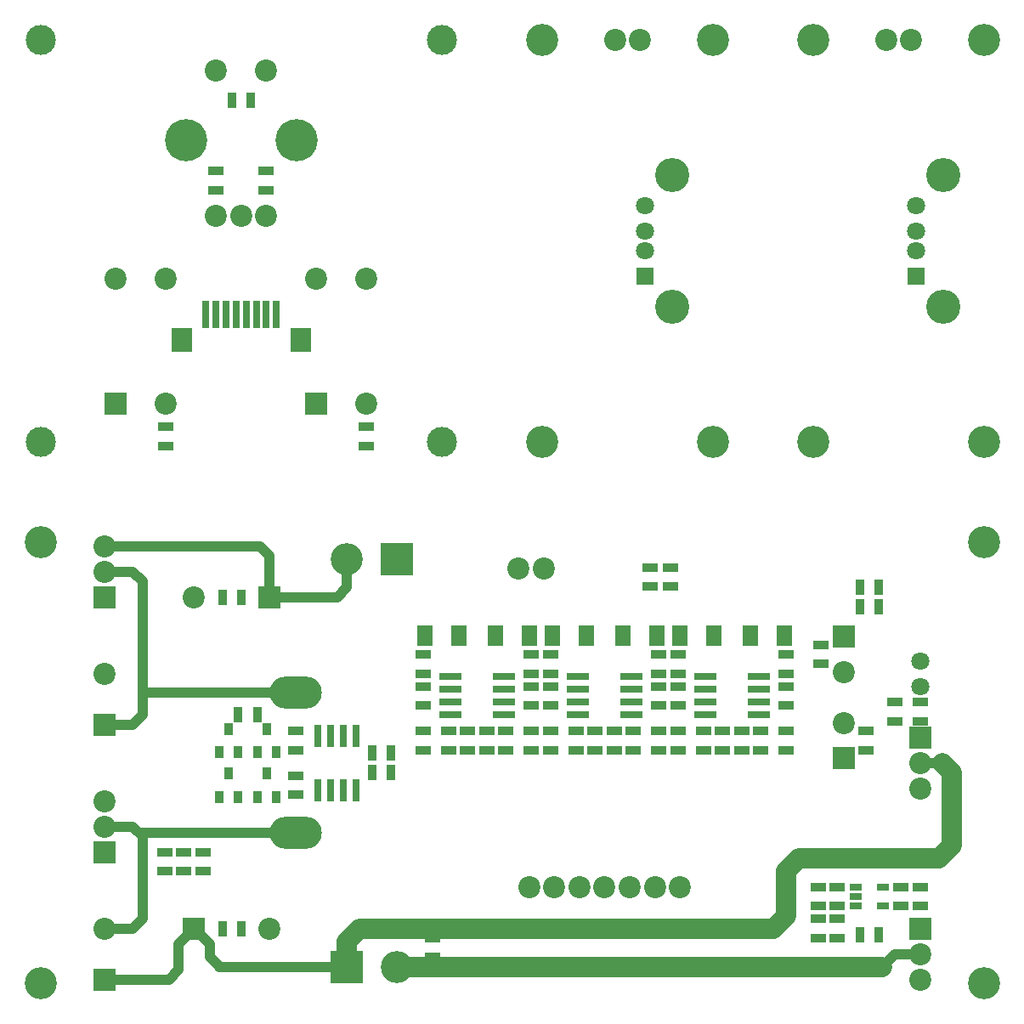
<source format=gbr>
G04 DipTrace 3.2.0.1*
G04 Íèæíÿÿìàñêà.gbr*
%MOIN*%
G04 #@! TF.FileFunction,Soldermask,Bot*
G04 #@! TF.Part,Single*
%ADD13C,0.03937*%
%ADD16C,0.07874*%
%ADD17C,0.11811*%
%ADD56C,0.125984*%
%ADD58C,0.125984*%
%ADD66C,0.133858*%
%ADD67C,0.070866*%
%ADD69R,0.070866X0.070866*%
%ADD75R,0.031496X0.110236*%
%ADD77R,0.07874X0.094488*%
%ADD78R,0.062992X0.07874*%
%ADD80R,0.125984X0.125984*%
%ADD82R,0.033465X0.049213*%
%ADD87C,0.086614*%
%ADD88C,0.070866*%
%ADD96O,0.204724X0.125984*%
%ADD102R,0.051181X0.031496*%
%ADD104R,0.086614X0.031496*%
%ADD106R,0.031496X0.086614*%
%ADD110R,0.059055X0.035433*%
%ADD112R,0.086614X0.086614*%
%ADD113R,0.035433X0.059055*%
%ADD115C,0.165354*%
%ADD117C,0.086614*%
%FSLAX26Y26*%
G04*
G70*
G90*
G75*
G01*
G04 BotMask*
%LPD*%
D117*
X688976Y3011811D3*
X787402D3*
X885827D3*
Y3582677D3*
X688976D3*
D115*
X570866Y3307087D3*
X1003937D3*
D113*
X775492Y1053642D3*
X850295D3*
D112*
X898031Y1516142D3*
D117*
X602756D3*
D113*
X712992D3*
X787795D3*
D112*
X602756Y216142D3*
D117*
X898031D3*
D113*
X787795D3*
X712992D3*
D110*
X637894Y441240D3*
Y516043D3*
X3062894Y1253740D3*
Y1328543D3*
D112*
X3150394Y1360039D3*
D117*
Y1222244D3*
D110*
X1537894Y103740D3*
Y178543D3*
X3237894Y991043D3*
Y916240D3*
D112*
X3150394Y884744D3*
D117*
Y1022539D3*
D113*
X3212992Y191142D3*
X3287795D3*
D106*
X1088042Y971997D3*
X1138042D3*
X1188042D3*
X1238042D3*
Y759399D3*
X1188042D3*
X1138042D3*
X1088042D3*
D104*
X1819193Y1203642D3*
Y1153642D3*
Y1103642D3*
Y1053642D3*
X1606594D3*
Y1103642D3*
Y1153642D3*
Y1203642D3*
X2319193D3*
Y1153642D3*
Y1103642D3*
Y1053642D3*
X2106594D3*
Y1103642D3*
Y1153642D3*
Y1203642D3*
D102*
X3197244Y303740D3*
Y341142D3*
Y378543D3*
X3303543D3*
Y303740D3*
D104*
X2819193Y1203642D3*
Y1153642D3*
Y1103642D3*
Y1053642D3*
X2606594D3*
Y1103642D3*
Y1153642D3*
Y1203642D3*
D58*
X0Y1732283D3*
Y0D3*
X3700787Y1732283D3*
Y0D3*
D17*
X0Y2125984D3*
Y3700787D3*
X1574803D3*
Y2125984D3*
D58*
X3700787Y3700787D3*
Y2125984D3*
X3031496D3*
Y3700787D3*
D96*
X1000394Y1141732D3*
Y590551D3*
D113*
X1300492Y828642D3*
X1375295D3*
D110*
X1000541Y915798D3*
Y990601D3*
D113*
X1375295Y903642D3*
X1300492D3*
D110*
X1500394Y916240D3*
Y991043D3*
D113*
X3212992Y1553642D3*
X3287795D3*
D110*
X1600394Y991043D3*
Y916240D3*
X1500394Y1216240D3*
Y1291043D3*
X492126Y2183071D3*
Y2108268D3*
X1279528Y2183071D3*
Y2108268D3*
X688976Y3112205D3*
Y3187008D3*
X885827Y3112205D3*
Y3187008D3*
D113*
X750000Y3464567D3*
X824803D3*
D110*
X1000541Y740797D3*
Y815600D3*
X1675394Y916240D3*
Y991043D3*
X1500394Y1091240D3*
Y1166043D3*
X1750394Y916240D3*
Y991043D3*
X562894Y441240D3*
Y516043D3*
X487894Y441240D3*
Y516043D3*
X1825394Y991043D3*
Y916240D3*
X1925394Y1216240D3*
Y1291043D3*
X2470472Y1631890D3*
Y1557087D3*
X2391732Y1631890D3*
Y1557087D3*
D113*
X3212992Y1478642D3*
X3287795D3*
D110*
X1925394Y916240D3*
Y991043D3*
Y1091240D3*
Y1166043D3*
X2000394Y916240D3*
Y991043D3*
X2100394D3*
Y916240D3*
X2000394Y1216240D3*
Y1291043D3*
X2175394Y916240D3*
Y991043D3*
X2000394Y1091240D3*
Y1166043D3*
X2250394Y916240D3*
Y991043D3*
X3050394Y303740D3*
Y378543D3*
Y178740D3*
Y253543D3*
X2325394Y991043D3*
Y916240D3*
X2425394Y1216240D3*
Y1291043D3*
X3375394Y303740D3*
Y378543D3*
X3125394D3*
Y303740D3*
Y178740D3*
Y253543D3*
X2425394Y916240D3*
Y991043D3*
Y1091240D3*
Y1166043D3*
X2500394Y916240D3*
Y991043D3*
X3450394Y378543D3*
Y303740D3*
X2600394Y991043D3*
Y916240D3*
X2500394Y1216240D3*
Y1291043D3*
X3450394Y1103543D3*
Y1028740D3*
X2675394Y916240D3*
Y991043D3*
X2500394Y1091240D3*
Y1166043D3*
X3350394Y1103543D3*
Y1028740D3*
X2750394Y916240D3*
Y991043D3*
X2825394D3*
Y916240D3*
X2925394Y1216240D3*
Y1291043D3*
Y916240D3*
Y991043D3*
Y1091240D3*
Y1166043D3*
D88*
X3450394Y1166142D3*
Y1266142D3*
D112*
X1082677Y2273622D3*
D87*
Y2765748D3*
X1279528Y2273622D3*
Y2765748D3*
D112*
X295276Y2273622D3*
D87*
Y2765748D3*
X492126Y2273622D3*
Y2765748D3*
D112*
X250394Y16142D3*
D87*
Y216142D3*
D112*
Y1016142D3*
D87*
Y1216142D3*
D78*
X1508465Y1366142D3*
X1642323D3*
X1917323D3*
X1783465D3*
X2008465D3*
X2142323D3*
X2417323D3*
X2283465D3*
X2508465D3*
X2642323D3*
X2917323D3*
X2783465D3*
D82*
X925295Y908366D3*
X850492D3*
X887894Y998917D3*
D112*
X250394Y1516142D3*
D87*
Y1616142D3*
Y1716142D3*
D82*
X775295Y908366D3*
X700492D3*
X737894Y998917D3*
X925442Y732923D3*
X850639D3*
X888041Y823474D3*
D112*
X250394Y516142D3*
D87*
Y616142D3*
Y716142D3*
D82*
X775444Y732923D3*
X700640D3*
X738042Y823474D3*
D112*
X3450394Y966142D3*
D87*
Y866142D3*
Y766142D3*
D112*
Y216142D3*
D87*
Y116142D3*
Y16142D3*
D117*
X1974606Y1628642D3*
X1876181D3*
D80*
X1398819Y1666142D3*
D56*
X1201969D3*
D69*
X3435039Y2775591D3*
D67*
Y2874016D3*
Y2952756D3*
Y3051181D3*
D66*
X3541339Y2654724D3*
Y3172047D3*
D117*
X3316929Y3700787D3*
X3415354D3*
D77*
X1019685Y2523622D3*
D75*
X925197Y2625984D3*
X885827D3*
X846457D3*
X807087D3*
X767717D3*
X728346D3*
X688976D3*
X649606D3*
D77*
X555118Y2523622D3*
D117*
X1917618Y378642D3*
X2016043D3*
X2114469D3*
X2212894D3*
X2311319D3*
X2409744D3*
X2508169D3*
D80*
X1201969Y66142D3*
D56*
X1398819D3*
D58*
X2637795Y3700787D3*
Y2125984D3*
X1968504D3*
Y3700787D3*
D69*
X2372047Y2775591D3*
D67*
Y2874016D3*
Y2952756D3*
Y3051181D3*
D66*
X2478346Y2654724D3*
Y3172047D3*
D117*
X2253937Y3700787D3*
X2352362D3*
X3450394Y866142D2*
D13*
X3537894D1*
D16*
X3575394Y828642D1*
Y541142D1*
X3525394Y491142D1*
X2975394D1*
X1200394Y66142D2*
Y166142D1*
X1250394Y216142D1*
X2875394D1*
X2925394Y266142D1*
Y441142D1*
X2975394Y491142D1*
X1400394Y66142D2*
X3300394D1*
D13*
X3350394Y116142D1*
X3450394D2*
X3350394D1*
X250394Y1016142D2*
X362894D1*
X400394Y1053642D1*
X250394Y1616142D2*
X362894D1*
X400394Y1578642D2*
X362894Y1616142D1*
X400394Y1578642D2*
Y1053642D1*
X1000394Y1141142D2*
X400394D1*
X250394Y616142D2*
X362894D1*
X400394Y578642D2*
X362894Y616142D1*
X250394Y216142D2*
X362894D1*
X400394Y253642D1*
Y578642D2*
Y253642D1*
X1000394Y591142D2*
X387894D1*
X898031Y1678248D2*
X860531Y1715748D1*
X250394Y1716142D2*
X860512D1*
X898031Y1530709D2*
Y1678268D1*
X900394Y1516142D2*
X1164449D1*
X1201969Y1643701D2*
Y1553543D1*
X1164469Y1516043D1*
X250394Y16142D2*
X503819D1*
X541339Y155118D2*
Y53661D1*
X664370Y155118D2*
Y103937D1*
X1200394Y66142D2*
X701969D1*
X602756Y216535D2*
X541339Y155118D1*
X602756Y216535D2*
X664173Y155118D1*
X503839Y16142D2*
X541339Y53642D1*
X701969Y66437D2*
X664469Y103937D1*
M02*

</source>
